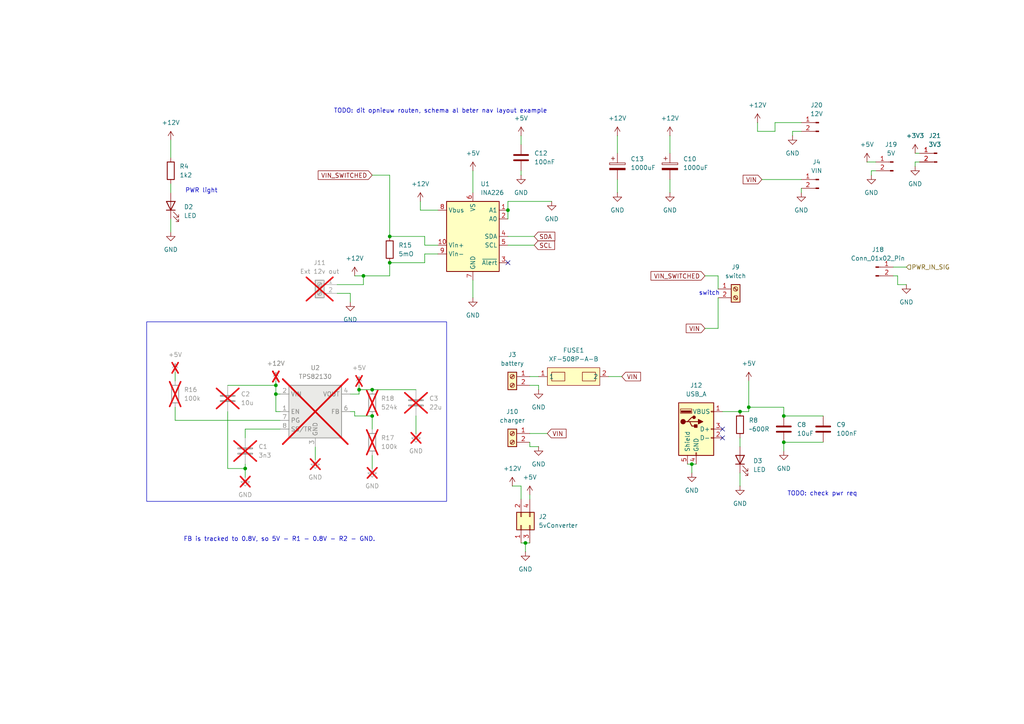
<source format=kicad_sch>
(kicad_sch (version 20231120) (generator "eeschema") (generator_version "8.0")
  (paper "A4")
  (lib_symbols
    (symbol "Connector:Conn_01x02_Pin" (pin_names (offset 1.016) hide)
      (property "Reference" "J" (at 0 2.54 0))
      (property "Value" "Conn_01x02_Pin" (at 0 -5.08 0))
      (symbol "Conn_01x02_Pin_1_1"
        (pin passive line (at 5.08 0 180) (length 3.81) (name "Pin_1") (number "1"))
        (pin passive line (at 5.08 -2.54 180) (length 3.81) (name "Pin_2") (number "2"))
      )
    )
    (symbol "Connector:Screw_Terminal_01x02" (pin_names (offset 1.016) hide)
      (property "Reference" "J" (at 0 2.54 0))
      (property "Value" "Screw_Terminal_01x02" (at 0 -5.08 0))
      (symbol "Screw_Terminal_01x02_1_1"
        (pin passive line (at -5.08 0 0) (length 3.81) (name "Pin_1") (number "1"))
        (pin passive line (at -5.08 -2.54 0) (length 3.81) (name "Pin_2") (number "2"))
      )
    )
    (symbol "Connector:USB_A" (pin_names (offset 1.016))
      (property "Reference" "J" (at -5.08 11.43 0))
      (property "Value" "USB_A" (at -5.08 8.89 0))
      (symbol "USB_A_1_1"
        (pin power_in line (at 7.62 5.08 180) (length 2.54) (name "VBUS") (number "1"))
        (pin bidirectional line (at 7.62 -2.54 180) (length 2.54) (name "D-") (number "2"))
        (pin bidirectional line (at 7.62 0 180) (length 2.54) (name "D+") (number "3"))
        (pin power_in line (at 0 -10.16 90) (length 2.54) (name "GND") (number "4"))
        (pin passive line (at -2.54 -10.16 90) (length 2.54) (name "Shield") (number "5"))
      )
    )
    (symbol "Connector_Generic:Conn_02x02_Odd_Even" (pin_names (offset 1.016) hide)
      (property "Reference" "J" (at 1.27 2.54 0))
      (property "Value" "Conn_02x02_Odd_Even" (at 1.27 -5.08 0))
      (symbol "Conn_02x02_Odd_Even_1_1"
        (pin passive line (at -5.08 0 0) (length 3.81) (name "Pin_1") (number "1"))
        (pin passive line (at 7.62 0 180) (length 3.81) (name "Pin_2") (number "2"))
        (pin passive line (at -5.08 -2.54 0) (length 3.81) (name "Pin_3") (number "3"))
        (pin passive line (at 7.62 -2.54 180) (length 3.81) (name "Pin_4") (number "4"))
      )
    )
    (symbol "Device:C" (pin_numbers hide) (pin_names (offset 0.254))
      (property "Reference" "C" (at 0.635 2.54 0))
      (property "Value" "C" (at 0.635 -2.54 0))
      (symbol "C_1_1"
        (pin passive line (at 0 3.81 270) (length 2.794) (name "~") (number "1"))
        (pin passive line (at 0 -3.81 90) (length 2.794) (name "~") (number "2"))
      )
    )
    (symbol "Device:C_Polarized" (pin_numbers hide) (pin_names (offset 0.254))
      (property "Reference" "C" (at 0.635 2.54 0))
      (property "Value" "C_Polarized" (at 0.635 -2.54 0))
      (symbol "C_Polarized_1_1"
        (pin passive line (at 0 3.81 270) (length 2.794) (name "~") (number "1"))
        (pin passive line (at 0 -3.81 90) (length 2.794) (name "~") (number "2"))
      )
    )
    (symbol "Device:LED" (pin_numbers hide) (pin_names (offset 1.016) hide)
      (property "Reference" "D" (at 0 2.54 0))
      (property "Value" "LED" (at 0 -2.54 0))
      (symbol "LED_1_1"
        (pin passive line (at -3.81 0 0) (length 2.54) (name "K") (number "1"))
        (pin passive line (at 3.81 0 180) (length 2.54) (name "A") (number "2"))
      )
    )
    (symbol "Device:R" (pin_numbers hide) (pin_names (offset 0))
      (property "Reference" "R" (at 2.032 0 90))
      (property "Value" "R" (at 0 0 90))
      (symbol "R_1_1"
        (pin passive line (at 0 3.81 270) (length 1.27) (name "~") (number "1"))
        (pin passive line (at 0 -3.81 90) (length 1.27) (name "~") (number "2"))
      )
    )
    (symbol "Power_Management:TPS2419D"
      (property "Reference" "U" (at -5.08 8.89 0))
      (property "Value" "TPS2419D" (at 5.08 8.89 0))
      (symbol "TPS2419D_1_1"
        (pin passive line (at 7.62 -2.54 180) (length 2.54) (name "RSET") (number "1"))
        (pin input line (at -7.62 -2.54 0) (length 2.54) (name "EN") (number "2"))
        (pin passive line (at 0 -10.16 90) (length 2.54) hide (name "GND") (number "3"))
        (pin power_in line (at 0 -10.16 90) (length 2.54) (name "GND") (number "4"))
        (pin output line (at 0 10.16 270) (length 2.54) (name "GATE") (number "5"))
        (pin input line (at 7.62 5.08 180) (length 2.54) (name "C") (number "6"))
        (pin input line (at -7.62 5.08 0) (length 2.54) (name "A") (number "7"))
        (pin passive line (at -7.62 2.54 0) (length 2.54) (name "BYP") (number "8"))
      )
    )
    (symbol "Regulator_Switching:TPS82130"
      (property "Reference" "U" (at 1.27 11.43 0))
      (property "Value" "TPS82130" (at 5.08 8.89 0))
      (symbol "TPS82130_1_1"
        (pin input line (at -10.16 0 0) (length 2.54) (name "EN") (number "1"))
        (pin power_in line (at -10.16 5.08 0) (length 2.54) (name "VIN") (number "2"))
        (pin power_in line (at 0 -10.16 90) (length 2.54) (name "GND") (number "3"))
        (pin power_out line (at 10.16 5.08 180) (length 2.54) (name "VOUT") (number "4"))
        (pin passive line (at 10.16 5.08 180) (length 2.54) hide (name "VOUT") (number "5"))
        (pin input line (at 10.16 0 180) (length 2.54) (name "FB") (number "6"))
        (pin open_collector line (at -10.16 -2.54 0) (length 2.54) (name "PG") (number "7"))
        (pin input line (at -10.16 -5.08 0) (length 2.54) (name "SS/TR") (number "8"))
        (pin passive line (at 0 -10.16 90) (length 2.54) hide (name "GND") (number "9"))
      )
    )
    (symbol "Sensor_Energy:INA226"
      (property "Reference" "U" (at -6.35 11.43 0))
      (property "Value" "INA226" (at 3.81 11.43 0))
      (symbol "INA226_1_1"
        (pin input line (at 10.16 7.62 180) (length 2.54) (name "A1") (number "1"))
        (pin input line (at -10.16 -2.54 0) (length 2.54) (name "Vin+") (number "10"))
        (pin input line (at 10.16 5.08 180) (length 2.54) (name "A0") (number "2"))
        (pin open_collector line (at 10.16 -7.62 180) (length 2.54) (name "~{Alert}") (number "3"))
        (pin bidirectional line (at 10.16 0 180) (length 2.54) (name "SDA") (number "4"))
        (pin input line (at 10.16 -2.54 180) (length 2.54) (name "SCL") (number "5"))
        (pin power_in line (at 0 12.7 270) (length 2.54) (name "VS") (number "6"))
        (pin power_in line (at 0 -12.7 90) (length 2.54) (name "GND") (number "7"))
        (pin input line (at -10.16 7.62 0) (length 2.54) (name "Vbus") (number "8"))
        (pin input line (at -10.16 -5.08 0) (length 2.54) (name "Vin-") (number "9"))
      )
    )
    (symbol "Switch:SW_DIP_x01" (pin_names (offset 0) hide)
      (property "Reference" "SW" (at 0 3.81 0))
      (property "Value" "SW_DIP_x01" (at 0 -3.81 0))
      (symbol "SW_DIP_x01_1_1"
        (pin passive line (at -7.62 0 0) (length 5.08) (name "~") (number "1"))
        (pin passive line (at 7.62 0 180) (length 5.08) (name "~") (number "2"))
      )
    )
    (symbol "Transistor_FET:SiA449DJ" (pin_names hide)
      (property "Reference" "Q" (at 5.08 1.905 0))
      (property "Value" "SiA449DJ" (at 5.08 0 0))
      (symbol "SiA449DJ_1_1"
        (pin passive line (at 2.54 5.08 270) (length 2.54) (name "D") (number "1"))
        (pin passive line (at -5.08 0 0) (length 2.54) (name "G") (number "3"))
        (pin passive line (at 2.54 -5.08 90) (length 2.54) (name "S") (number "4"))
      )
    )
    (symbol "easyeda:DSK310_C28646289"
      (property "Reference" "D" (at 0 5.08 0))
      (property "Value" "DSK310_C28646289" (at 0 -5.08 0))
      (symbol "DSK310_C28646289_0_1"
        (pin unspecified line (at -5.08 0 0) (length 3.81) (name "1") (number "1"))
        (pin unspecified line (at 5.08 0 180) (length 3.81) (name "2") (number "2"))
      )
    )
    (symbol "easyeda:Si2302CDS-T1-GE3"
      (property "Reference" "Q" (at 0 10.16 0))
      (property "Value" "Si2302CDS-T1-GE3" (at 0 -10.16 0))
      (symbol "Si2302CDS-T1-GE3_0_1"
        (pin unspecified line (at -5.08 0 0) (length 2.54) (name "G") (number "1"))
        (pin unspecified line (at 2.54 -5.08 90) (length 2.54) (name "S") (number "2"))
        (pin unspecified line (at 2.54 5.08 270) (length 2.54) (name "D") (number "3"))
      )
    )
    (symbol "easyeda:TL431BIDBZR"
      (property "Reference" "U" (at 0 6.35 0))
      (property "Value" "TL431BIDBZR" (at 0 -8.89 0))
      (symbol "TL431BIDBZR_0_1"
        (pin unspecified line (at 6.35 1.27 180) (length 5.08) (name "CATHODE") (number "1"))
        (pin unspecified line (at 6.35 -3.81 180) (length 5.08) (name "REF") (number "2"))
        (pin unspecified line (at -6.35 1.27 0) (length 5.08) (name "ANODE") (number "3"))
      )
    )
    (symbol "easyeda:XF-508P-A-B"
      (property "Reference" "FUSE" (at 0 5.08 0))
      (property "Value" "XF-508P-A-B" (at 0 -5.08 0))
      (symbol "XF-508P-A-B_0_1"
        (pin unspecified line (at -10.16 0 0) (length 2.54) (name "1") (number "1"))
        (pin unspecified line (at 10.16 0 180) (length 2.54) (name "2") (number "2"))
      )
    )
    (symbol "power:+12V" (power) (pin_numbers hide) (pin_names (offset 0) hide)
      (property "Value" "+12V" (at 0 3.556 0))
      (symbol "+12V_1_1"
        (pin power_in line (at 0 0 90) (length 0) (name "~") (number "1"))
      )
    )
    (symbol "power:+3V3" (power) (pin_numbers hide) (pin_names (offset 0) hide)
      (property "Value" "+3V3" (at 0 3.556 0))
      (symbol "+3V3_1_1"
        (pin power_in line (at 0 0 90) (length 0) (name "~") (number "1"))
      )
    )
    (symbol "power:+5V" (power) (pin_numbers hide) (pin_names (offset 0) hide)
      (property "Value" "+5V" (at 0 3.556 0))
      (symbol "+5V_1_1"
        (pin power_in line (at 0 0 90) (length 0) (name "~") (number "1"))
      )
    )
    (symbol "power:GND" (power) (pin_numbers hide) (pin_names (offset 0) hide)
      (property "Value" "GND" (at 0 -3.81 0))
      (symbol "GND_1_1"
        (pin power_in line (at 0 0 270) (length 0) (name "~") (number "1"))
      )
    )
  )
  (junction (at 113.03 68.58))
  (junction (at 147.32 60.96))
  (junction (at 346.71 118.11))
  (junction (at 326.39 62.23))
  (junction (at 80.01 111.76))
  (junction (at 107.95 120.65))
  (junction (at 350.52 199.39))
  (junction (at 217.17 118.11))
  (junction (at 358.14 109.22))
  (junction (at 152.4 157.48))
  (junction (at 104.14 113.03))
  (junction (at 334.01 104.14))
  (junction (at 358.14 91.44))
  (junction (at 71.12 135.89))
  (junction (at 358.14 93.98))
  (junction (at 214.63 119.38))
  (junction (at 107.95 113.03))
  (junction (at 325.12 76.2))
  (junction (at 105.41 80.01))
  (junction (at 328.93 166.37))
  (junction (at 80.01 114.3))
  (junction (at 334.01 130.81))
  (junction (at 341.63 76.2))
  (junction (at 363.22 166.37))
  (junction (at 227.33 128.27))
  (junction (at 334.01 87.63))
  (junction (at 358.14 83.82))
  (junction (at 340.36 166.37))
  (junction (at 341.63 62.23))
  (junction (at 200.66 134.62))
  (junction (at 113.03 76.2))
  (junction (at 227.33 120.65))
  (no_connect (at 209.55 124.46))
  (no_connect (at 147.32 76.2))
  (no_connect (at 342.9 190.5))
  (no_connect (at 209.55 127))
  (wire (pts (xy 229.87 39.37) (xy 229.87 38.1)))
  (wire (pts (xy 341.63 76.2) (xy 339.09 76.2)))
  (wire (pts (xy 102.87 80.01) (xy 105.41 80.01)))
  (wire (pts (xy 204.47 95.25) (xy 208.28 95.25)))
  (wire (pts (xy 341.63 76.2) (xy 358.14 76.2)))
  (wire (pts (xy 152.4 160.02) (xy 152.4 157.48)))
  (wire (pts (xy 265.43 48.26) (xy 265.43 46.99)))
  (wire (pts (xy 208.28 83.82) (xy 208.28 80.01)))
  (wire (pts (xy 107.95 113.03) (xy 120.65 113.03)))
  (wire (pts (xy 363.22 182.88) (xy 363.22 166.37)))
  (wire (pts (xy 50.8 121.92) (xy 81.28 121.92)))
  (wire (pts (xy 217.17 118.11) (xy 217.17 119.38)))
  (wire (pts (xy 219.71 35.56) (xy 219.71 38.1)))
  (wire (pts (xy 328.93 171.45) (xy 328.93 166.37)))
  (wire (pts (xy 227.33 118.11) (xy 217.17 118.11)))
  (wire (pts (xy 229.87 38.1) (xy 232.41 38.1)))
  (wire (pts (xy 105.41 82.55) (xy 105.41 80.01)))
  (wire (pts (xy 71.12 127) (xy 71.12 124.46)))
  (wire (pts (xy 152.4 157.48) (xy 153.67 157.48)))
  (wire (pts (xy 358.14 91.44) (xy 358.14 93.98)))
  (wire (pts (xy 350.52 198.12) (xy 350.52 199.39)))
  (wire (pts (xy 137.16 81.28) (xy 137.16 86.36)))
  (wire (pts (xy 355.6 166.37) (xy 363.22 166.37)))
  (wire (pts (xy 152.4 157.48) (xy 151.13 157.48)))
  (wire (pts (xy 340.36 166.37) (xy 345.44 166.37)))
  (wire (pts (xy 204.47 80.01) (xy 208.28 80.01)))
  (wire (pts (xy 334.01 130.81) (xy 334.01 135.89)))
  (wire (pts (xy 104.14 113.03) (xy 104.14 114.3)))
  (wire (pts (xy 160.02 58.42) (xy 147.32 58.42)))
  (wire (pts (xy 326.39 50.8) (xy 332.74 50.8)))
  (wire (pts (xy 153.67 143.51) (xy 153.67 144.78)))
  (wire (pts (xy 334.01 104.14) (xy 334.01 118.11)))
  (wire (pts (xy 262.89 77.47) (xy 259.08 77.47)))
  (wire (pts (xy 107.95 120.65) (xy 102.87 120.65)))
  (wire (pts (xy 123.19 76.2) (xy 123.19 73.66)))
  (wire (pts (xy 66.04 135.89) (xy 66.04 119.38)))
  (wire (pts (xy 341.63 50.8) (xy 341.63 62.23)))
  (wire (pts (xy 71.12 124.46) (xy 81.28 124.46)))
  (wire (pts (xy 214.63 127) (xy 214.63 129.54)))
  (wire (pts (xy 260.35 80.01) (xy 259.08 80.01)))
  (wire (pts (xy 121.92 58.42) (xy 121.92 60.96)))
  (wire (pts (xy 123.19 71.12) (xy 127 71.12)))
  (wire (pts (xy 328.93 185.42) (xy 342.9 185.42)))
  (wire (pts (xy 325.12 62.23) (xy 326.39 62.23)))
  (wire (pts (xy 251.46 46.99) (xy 254 46.99)))
  (wire (pts (xy 179.07 39.37) (xy 179.07 44.45)))
  (wire (pts (xy 91.44 129.54) (xy 91.44 133.35)))
  (wire (pts (xy 113.03 80.01) (xy 113.03 76.2)))
  (wire (pts (xy 194.31 39.37) (xy 194.31 44.45)))
  (wire (pts (xy 200.66 137.16) (xy 200.66 134.62)))
  (wire (pts (xy 325.12 76.2) (xy 328.93 76.2)))
  (wire (pts (xy 101.6 114.3) (xy 104.14 114.3)))
  (wire (pts (xy 107.95 120.65) (xy 107.95 124.46)))
  (wire (pts (xy 219.71 38.1) (xy 224.79 38.1)))
  (wire (pts (xy 121.92 60.96) (xy 127 60.96)))
  (wire (pts (xy 325.12 76.2) (xy 325.12 62.23)))
  (wire (pts (xy 180.34 109.22) (xy 176.53 109.22)))
  (wire (pts (xy 346.71 118.11) (xy 358.14 118.11)))
  (wire (pts (xy 358.14 109.22) (xy 364.49 109.22)))
  (wire (pts (xy 71.12 134.62) (xy 71.12 135.89)))
  (wire (pts (xy 147.32 68.58) (xy 154.94 68.58)))
  (wire (pts (xy 346.71 130.81) (xy 346.71 135.89)))
  (wire (pts (xy 252.73 49.53) (xy 254 49.53)))
  (wire (pts (xy 105.41 80.01) (xy 113.03 80.01)))
  (wire (pts (xy 358.14 83.82) (xy 369.57 83.82)))
  (wire (pts (xy 252.73 50.8) (xy 252.73 49.53)))
  (wire (pts (xy 147.32 58.42) (xy 147.32 60.96)))
  (wire (pts (xy 49.53 53.34) (xy 49.53 55.88)))
  (wire (pts (xy 151.13 50.8) (xy 151.13 49.53)))
  (wire (pts (xy 374.65 109.22) (xy 377.19 109.22)))
  (wire (pts (xy 101.6 85.09) (xy 97.79 85.09)))
  (wire (pts (xy 113.03 76.2) (xy 123.19 76.2)))
  (wire (pts (xy 50.8 118.11) (xy 50.8 121.92)))
  (wire (pts (xy 147.32 60.96) (xy 147.32 63.5)))
  (wire (pts (xy 80.01 110.49) (xy 80.01 111.76)))
  (wire (pts (xy 137.16 49.53) (xy 137.16 55.88)))
  (wire (pts (xy 200.66 134.62) (xy 201.93 134.62)))
  (wire (pts (xy 214.63 119.38) (xy 217.17 119.38)))
  (wire (pts (xy 153.67 109.22) (xy 156.21 109.22)))
  (wire (pts (xy 339.09 118.11) (xy 346.71 118.11)))
  (wire (pts (xy 325.12 86.36) (xy 325.12 87.63)))
  (wire (pts (xy 217.17 110.49) (xy 217.17 118.11)))
  (wire (pts (xy 369.57 91.44) (xy 358.14 91.44)))
  (wire (pts (xy 265.43 44.45) (xy 266.7 44.45)))
  (wire (pts (xy 227.33 128.27) (xy 227.33 130.81)))
  (wire (pts (xy 107.95 132.08) (xy 107.95 135.89)))
  (wire (pts (xy 358.14 182.88) (xy 363.22 182.88)))
  (wire (pts (xy 80.01 114.3) (xy 81.28 114.3)))
  (wire (pts (xy 102.87 120.65) (xy 102.87 119.38)))
  (wire (pts (xy 265.43 46.99) (xy 266.7 46.99)))
  (wire (pts (xy 325.12 76.2) (xy 325.12 78.74)))
  (wire (pts (xy 199.39 134.62) (xy 200.66 134.62)))
  (wire (pts (xy 156.21 129.54) (xy 153.67 129.54)))
  (wire (pts (xy 80.01 114.3) (xy 80.01 119.38)))
  (wire (pts (xy 49.53 63.5) (xy 49.53 67.31)))
  (wire (pts (xy 113.03 68.58) (xy 123.19 68.58)))
  (wire (pts (xy 358.14 199.39) (xy 350.52 199.39)))
  (wire (pts (xy 238.76 128.27) (xy 227.33 128.27)))
  (wire (pts (xy 156.21 111.76) (xy 153.67 111.76)))
  (wire (pts (xy 325.12 87.63) (xy 334.01 87.63)))
  (wire (pts (xy 346.71 118.11) (xy 346.71 123.19)))
  (wire (pts (xy 49.53 40.64) (xy 49.53 45.72)))
  (wire (pts (xy 334.01 121.92) (xy 334.01 130.81)))
  (wire (pts (xy 350.52 173.99) (xy 350.52 177.8)))
  (wire (pts (xy 350.52 199.39) (xy 350.52 203.2)))
  (wire (pts (xy 358.14 93.98) (xy 358.14 99.06)))
  (wire (pts (xy 120.65 120.65) (xy 120.65 125.73)))
  (wire (pts (xy 260.35 80.01) (xy 260.35 82.55)))
  (wire (pts (xy 71.12 135.89) (xy 66.04 135.89)))
  (wire (pts (xy 50.8 107.95) (xy 50.8 110.49)))
  (wire (pts (xy 224.79 35.56) (xy 232.41 35.56)))
  (wire (pts (xy 101.6 85.09) (xy 101.6 87.63)))
  (wire (pts (xy 156.21 113.03) (xy 156.21 111.76)))
  (wire (pts (xy 328.93 166.37) (xy 340.36 166.37)))
  (wire (pts (xy 326.39 62.23) (xy 326.39 50.8)))
  (wire (pts (xy 358.14 106.68) (xy 358.14 109.22)))
  (wire (pts (xy 334.01 88.9) (xy 334.01 87.63)))
  (wire (pts (xy 341.63 62.23) (xy 341.63 76.2)))
  (wire (pts (xy 335.28 50.8) (xy 341.63 50.8)))
  (wire (pts (xy 346.71 104.14) (xy 334.01 104.14)))
  (wire (pts (xy 66.04 111.76) (xy 80.01 111.76)))
  (wire (pts (xy 334.01 87.63) (xy 334.01 83.82)))
  (wire (pts (xy 107.95 50.8) (xy 113.03 50.8)))
  (wire (pts (xy 363.22 166.37) (xy 373.38 166.37)))
  (wire (pts (xy 342.9 182.88) (xy 340.36 182.88)))
  (wire (pts (xy 358.14 190.5) (xy 358.14 199.39)))
  (wire (pts (xy 102.87 119.38) (xy 101.6 119.38)))
  (wire (pts (xy 260.35 82.55) (xy 262.89 82.55)))
  (wire (pts (xy 358.14 109.22) (xy 358.14 110.49)))
  (wire (pts (xy 151.13 39.37) (xy 151.13 41.91)))
  (wire (pts (xy 153.67 128.27) (xy 153.67 129.54)))
  (wire (pts (xy 320.04 76.2) (xy 325.12 76.2)))
  (wire (pts (xy 104.14 111.76) (xy 104.14 113.03)))
  (wire (pts (xy 123.19 68.58) (xy 123.19 71.12)))
  (wire (pts (xy 238.76 120.65) (xy 227.33 120.65)))
  (wire (pts (xy 147.32 71.12) (xy 154.94 71.12)))
  (wire (pts (xy 123.19 73.66) (xy 127 73.66)))
  (wire (pts (xy 208.28 86.36) (xy 208.28 95.25)))
  (wire (pts (xy 71.12 135.89) (xy 71.12 138.43)))
  (wire (pts (xy 227.33 118.11) (xy 227.33 120.65)))
  (wire (pts (xy 340.36 182.88) (xy 340.36 166.37)))
  (wire (pts (xy 148.59 140.97) (xy 151.13 140.97)))
  (wire (pts (xy 334.01 96.52) (xy 334.01 104.14)))
  (wire (pts (xy 113.03 50.8) (xy 113.03 68.58)))
  (wire (pts (xy 153.67 125.73) (xy 158.75 125.73)))
  (wire (pts (xy 308.61 166.37) (xy 328.93 166.37)))
  (wire (pts (xy 232.41 54.61) (xy 232.41 55.88)))
  (wire (pts (xy 104.14 113.03) (xy 107.95 113.03)))
  (wire (pts (xy 179.07 52.07) (xy 179.07 55.88)))
  (wire (pts (xy 358.14 93.98) (xy 346.71 93.98)))
  (wire (pts (xy 220.98 52.07) (xy 232.41 52.07)))
  (wire (pts (xy 80.01 119.38) (xy 81.28 119.38)))
  (wire (pts (xy 97.79 82.55) (xy 105.41 82.55)))
  (wire (pts (xy 358.14 76.2) (xy 358.14 83.82)))
  (wire (pts (xy 224.79 38.1) (xy 224.79 35.56)))
  (wire (pts (xy 80.01 111.76) (xy 80.01 114.3)))
  (wire (pts (xy 209.55 119.38) (xy 214.63 119.38)))
  (wire (pts (xy 194.31 52.07) (xy 194.31 55.88)))
  (wire (pts (xy 214.63 137.16) (xy 214.63 140.97)))
  (wire (pts (xy 151.13 140.97) (xy 151.13 144.78)))
  (wire (pts (xy 328.93 179.07) (xy 328.93 185.42)))
  (rectangle (start 300.99 143.51) (end 398.145 224.79))
  (rectangle (start 42.545 93.345) (end 129.54 145.415))
  (text "FB is tracked to 0.8V, so 5V - R1 - 0.8V - R2 - GND. \n" (at 81.534 156.464 0) (effects (font (size 1.27 1.27))))
  (text "10k: VIN>7v\n32k if no D4" (at 447.802 111.252 0) (effects (font (size 1.27 1.27))))
  (text "P MOSFET" (at 347.472 70.358 0) (effects (font (size 1.27 1.27))))
  (text "TODO: check pwr req" (at 238.506 143.256 0) (effects (font (size 1.27 1.27))))
  (text "Idea:\nOn power-on, no energy flowing anywhere\nSW1 starts the system\nQ3 switches the main power when Q5 is on\nQ5 Gate should be around 3v3 if VIN_SWITCHED is high\nD4 (zener diode) keeps it at max 3v3\n\nWhen the microcontroller wants to turn off the power, \nit switches PWR_IN_SIG to low, turnin off Q5, turning off Q3\n\n\nR33 is to deplete Q5 when VIN_SWITCHED is off\nR32 is to deplete Q3 when Q3 is off" (at 488.188 28.194 0) (effects (font (size 1.27 1.27))))
  (text "TODO: dit opnieuw routen, schema al beter nav layout example\n" (at 127.762 32.258 0) (effects (font (size 1.27 1.27))))
  (text "of de 469 miss?" (at 437.134 3.556 0) (effects (font (size 1.27 1.27))))
  (text "PWR light" (at 58.42 55.372 0) (effects (font (size 1.27 1.27))))
  (text "N MOSFET" (at 326.39 103.124 0) (effects (font (size 1.27 1.27))))
  (text "turn on 0.7-3.3V@2V-5V\nturn off 0.6-2V@2V-5V\n\noff-trigger @ V-in = 9V\n9V/1.5V = 1:4\n" (at 394.208 73.152 0) (effects (font (size 1.27 1.27))))
  (text "switch" (at 205.74 85.09 0) (effects (font (size 1.27 1.27))))
  (global_label "VIN" (shape input) (at 320.04 76.2 180) (property "Intersheetrefs" "${INTERSHEET_REFS}" (effects (hide yes))))
  (global_label "SCL" (shape input) (at 154.94 71.12 0) (property "Intersheetrefs" "${INTERSHEET_REFS}" (effects (hide yes))))
  (global_label "VIN_SWITCHED" (shape input) (at 107.95 50.8 180) (property "Intersheetrefs" "${INTERSHEET_REFS}" (effects (hide yes))))
  (global_label "VIN" (shape input) (at 204.47 95.25 180) (property "Intersheetrefs" "${INTERSHEET_REFS}" (effects (hide yes))))
  (global_label "VIN" (shape input) (at 158.75 125.73 0) (property "Intersheetrefs" "${INTERSHEET_REFS}" (effects (hide yes))))
  (global_label "SDA" (shape input) (at 154.94 68.58 0) (property "Intersheetrefs" "${INTERSHEET_REFS}" (effects (hide yes))))
  (global_label "VIN" (shape input) (at 180.34 109.22 0) (property "Intersheetrefs" "${INTERSHEET_REFS}" (effects (hide yes))))
  (global_label "VIN" (shape input) (at 220.98 52.07 180) (property "Intersheetrefs" "${INTERSHEET_REFS}" (effects (hide yes))))
  (global_label "VIN_SWITCHED" (shape input) (at 355.6 76.2 0) (property "Intersheetrefs" "${INTERSHEET_REFS}" (effects (hide yes))))
  (global_label "VIN_SWITCHED" (shape input) (at 204.47 80.01 180) (property "Intersheetrefs" "${INTERSHEET_REFS}" (effects (hide yes))))
  (hierarchical_label "RELAY_PWR" (shape input) (at 377.19 109.22 0))
  (hierarchical_label "PWR_IN_SIG" (shape input) (at 262.89 77.47 0))
  (symbol (lib_id "Device:R") (at 358.14 114.3 180) (unit 1)
    (property "Reference" "R21" (at 360.68 113.0299 0) (effects (justify right)))
    (property "Value" "390" (at 360.68 115.5699 0) (effects (justify right)))
    (property "Footprint" "Resistor_SMD:R_0805_2012Metric" (effects (hide yes)))
    (property "Description" "Resistor" (effects (hide yes)))
  )
  (symbol (lib_id "Device:C") (at 71.12 130.81 0) (unit 1) (on_board no) (dnp yes)
    (property "Reference" "C1" (at 74.93 129.5399 0) (effects (justify left)))
    (property "Value" "3n3" (at 74.93 132.0799 0) (effects (justify left)))
    (property "Footprint" "Capacitor_SMD:C_0805_2012Metric" (effects (hide yes)))
    (property "Description" "Unpolarized capacitor" (effects (hide yes)))
  )
  (symbol (lib_id "power:GND") (at 194.31 55.88 0) (unit 1)
    (property "Reference" "#PWR81" (effects (hide yes)))
    (property "Value" "GND" (at 194.31 60.96 0))
    (property "Description" "Power symbol creates a global label with name \"GND\" , ground" (effects (hide yes)))
  )
  (symbol (lib_id "Power_Management:TPS2419D") (at 350.52 187.96 0) (unit 1) (on_board no) (dnp yes)
    (property "Reference" "U12" (at 352.7141 175.26 0) (effects (justify left)))
    (property "Value" "TPS2419D" (at 352.7141 177.8 0) (effects (justify left)))
    (property "Footprint" "Package_SO:SOIC-8_3.9x4.9mm_P1.27mm" (effects (hide yes)))
    (property "Datasheet" "http://www.ti.com/lit/ds/symlink/tps2419.pdf" (effects (hide yes)))
    (property "Description" "N+1 and ORing Power Rail Controller with Enable, SOIC-8" (effects (hide yes)))
  )
  (symbol (lib_id "power:GND") (at 179.07 55.88 0) (unit 1)
    (property "Reference" "#PWR101" (effects (hide yes)))
    (property "Value" "GND" (at 179.07 60.96 0))
    (property "Description" "Power symbol creates a global label with name \"GND\" , ground" (effects (hide yes)))
  )
  (symbol (lib_id "Device:C") (at 66.04 115.57 0) (unit 1) (on_board no) (dnp yes)
    (property "Reference" "C2" (at 69.85 114.2999 0) (effects (justify left)))
    (property "Value" "10u" (at 69.85 116.8399 0) (effects (justify left)))
    (property "Footprint" "Capacitor_SMD:C_0805_2012Metric" (effects (hide yes)))
    (property "Description" "Unpolarized capacitor" (effects (hide yes)))
  )
  (symbol (lib_id "Device:R") (at 358.14 87.63 180) (unit 1)
    (property "Reference" "R19" (at 360.68 86.3599 0) (effects (justify right)))
    (property "Value" "12k?" (at 360.68 88.8999 0) (effects (justify right)))
    (property "Footprint" "Resistor_SMD:R_0805_2012Metric" (effects (hide yes)))
    (property "Description" "Resistor" (effects (hide yes)))
  )
  (symbol (lib_id "Device:C") (at 120.65 116.84 0) (unit 1) (on_board no) (dnp yes)
    (property "Reference" "C3" (at 124.46 115.5699 0) (effects (justify left)))
    (property "Value" "22u" (at 124.46 118.1099 0) (effects (justify left)))
    (property "Footprint" "Capacitor_SMD:C_0805_2012Metric" (effects (hide yes)))
    (property "Description" "Unpolarized capacitor" (effects (hide yes)))
  )
  (symbol (lib_id "power:GND") (at 101.6 87.63 0) (unit 1)
    (property "Reference" "#PWR64" (effects (hide yes)))
    (property "Value" "GND" (at 101.6 92.71 0))
    (property "Description" "Power symbol creates a global label with name \"GND\" , ground" (effects (hide yes)))
  )
  (symbol (lib_id "power:GND") (at 265.43 48.26 0) (unit 1)
    (property "Reference" "#PWR99" (effects (hide yes)))
    (property "Value" "GND" (at 265.43 53.34 0))
    (property "Description" "Power symbol creates a global label with name \"GND\" , ground" (effects (hide yes)))
  )
  (symbol (lib_id "Device:LED") (at 49.53 59.69 90) (unit 1)
    (property "Reference" "D2" (at 53.34 60.0075 90) (effects (justify right)))
    (property "Value" "LED" (at 53.34 62.5475 90) (effects (justify right)))
    (property "Footprint" "LED_SMD:LED_0805_2012Metric" (effects (hide yes)))
  )
  (symbol (lib_id "power:+3V3") (at 265.43 44.45 0) (unit 1)
    (property "Reference" "#PWR98" (effects (hide yes)))
    (property "Value" "+3V3" (at 265.43 39.37 0))
    (property "Description" "Power symbol creates a global label with name \"+3V3\"" (effects (hide yes)))
  )
  (symbol (lib_id "Device:R") (at 325.12 82.55 180) (unit 1)
    (property "Reference" "R32" (at 327.66 81.2799 0) (effects (justify right)))
    (property "Value" "12k" (at 327.66 83.8199 0) (effects (justify right)))
    (property "Footprint" "Resistor_SMD:R_0805_2012Metric" (effects (hide yes)))
    (property "Description" "Resistor" (effects (hide yes)))
  )
  (symbol (lib_id "Device:C") (at 238.76 124.46 0) (unit 1)
    (property "Reference" "C9" (at 242.57 123.19 0) (effects (justify left)))
    (property "Value" "100nF" (at 242.57 125.73 0) (effects (justify left)))
    (property "Footprint" "Capacitor_SMD:C_0805_2012Metric" (effects (hide yes)))
    (property "LCSC" "C49678" (effects (hide yes)))
  )
  (symbol (lib_id "power:+5V") (at 217.17 110.49 0) (unit 1)
    (property "Reference" "#PWR66" (effects (hide yes)))
    (property "Value" "+5V" (at 217.17 105.41 0))
    (property "Description" "Power symbol creates a global label with name \"+5V\"" (effects (hide yes)))
  )
  (symbol (lib_id "easyeda:DSK310_C28646289") (at 369.57 109.22 180) (unit 1)
    (property "Reference" "D9" (at 369.57 102.87 0))
    (property "Value" "DSK310" (at 369.57 105.41 0))
    (property "Footprint" "easyeda:SOD-123FL_L2.8-W1.9-LS3.7-RD" (effects (hide yes)))
    (property "LCSC Part" "C28646289" (effects (hide yes)))
  )
  (symbol (lib_id "power:+12V") (at 148.59 140.97 0) (unit 1)
    (property "Reference" "#PWR84" (effects (hide yes)))
    (property "Value" "+12V" (at 148.59 135.89 0))
    (property "Description" "Power symbol creates a global label with name \"+12V\"" (effects (hide yes)))
  )
  (symbol (lib_id "power:GND") (at 120.65 125.73 0) (unit 1) (on_board no) (dnp yes)
    (property "Reference" "#PWR42" (effects (hide yes)))
    (property "Value" "GND" (at 120.65 130.81 0))
    (property "Description" "Power symbol creates a global label with name \"GND\" , ground" (effects (hide yes)))
  )
  (symbol (lib_id "power:+12V") (at 179.07 39.37 0) (unit 1)
    (property "Reference" "#PWR100" (effects (hide yes)))
    (property "Value" "+12V" (at 179.07 34.29 0))
    (property "Description" "Power symbol creates a global label with name \"+12V\"" (effects (hide yes)))
  )
  (symbol (lib_id "power:+12V") (at 102.87 80.01 0) (unit 1)
    (property "Reference" "#PWR29" (effects (hide yes)))
    (property "Value" "+12V" (at 102.87 74.93 0))
    (property "Description" "Power symbol creates a global label with name \"+12V\"" (effects (hide yes)))
  )
  (symbol (lib_id "Connector:Screw_Terminal_01x02") (at 213.36 83.82 0) (unit 1) (on_board no)
    (property "Reference" "J9" (at 213.36 77.47 0))
    (property "Value" "switch" (at 213.36 80.01 0))
    (property "Footprint" "TerminalBlock_Phoenix:TerminalBlock_Phoenix_PT-1,5-2-5.0-H_1x02_P5.00mm_Horizontal" (effects (hide yes)))
    (property "Description" "Generic screw terminal, single row, 01x02, script generated (kicad-library-utils/schlib/autogen/connector/)" (effects (hide yes)))
  )
  (symbol (lib_id "Connector:Screw_Terminal_01x02") (at 332.74 45.72 90) (unit 1)
    (property "Reference" "J22" (at 330.2 44.4499 90) (effects (justify left)))
    (property "Value" "switch" (at 330.2 46.9899 90) (effects (justify left)))
    (property "Footprint" "TerminalBlock_Phoenix:TerminalBlock_Phoenix_PT-1,5-2-5.0-H_1x02_P5.00mm_Horizontal" (effects (hide yes)))
    (property "Description" "Generic screw terminal, single row, 01x02, script generated (kicad-library-utils/schlib/autogen/connector/)" (effects (hide yes)))
  )
  (symbol (lib_id "Device:C_Polarized") (at 179.07 48.26 0) (unit 1)
    (property "Reference" "C13" (at 182.88 46.101 0) (effects (justify left)))
    (property "Value" "1000uF" (at 182.88 48.641 0) (effects (justify left)))
    (property "Footprint" "Capacitor_THT:CP_Radial_D10.0mm_P3.50mm" (effects (hide yes)))
    (property "LCSC" "C110138" (effects (hide yes)))
  )
  (symbol (lib_id "power:GND") (at 232.41 55.88 0) (unit 1)
    (property "Reference" "#PWR88" (effects (hide yes)))
    (property "Value" "GND" (at 232.41 60.96 0))
    (property "Description" "Power symbol creates a global label with name \"GND\" , ground" (effects (hide yes)))
  )
  (symbol (lib_id "power:GND") (at 156.21 113.03 0) (unit 1)
    (property "Reference" "#PWR37" (effects (hide yes)))
    (property "Value" "GND" (at 156.21 118.11 0))
    (property "Description" "Power symbol creates a global label with name \"GND\" , ground" (effects (hide yes)))
  )
  (symbol (lib_id "Device:C") (at 227.33 124.46 0) (unit 1)
    (property "Reference" "C8" (at 231.14 123.19 0) (effects (justify left)))
    (property "Value" "10uF" (at 231.14 125.73 0) (effects (justify left)))
    (property "Footprint" "Capacitor_SMD:C_0805_2012Metric" (effects (hide yes)))
    (property "LCSC" "C15850" (effects (hide yes)))
  )
  (symbol (lib_id "power:GND") (at 334.01 135.89 0) (unit 1)
    (property "Reference" "#PWR79" (effects (hide yes)))
    (property "Value" "GND" (at 334.01 140.97 0))
    (property "Description" "Power symbol creates a global label with name \"GND\" , ground" (effects (hide yes)))
  )
  (symbol (lib_id "power:GND") (at 156.21 129.54 0) (unit 1)
    (property "Reference" "#PWR38" (effects (hide yes)))
    (property "Value" "GND" (at 156.21 134.62 0))
    (property "Description" "Power symbol creates a global label with name \"GND\" , ground" (effects (hide yes)))
  )
  (symbol (lib_id "power:GND") (at 346.71 135.89 0) (unit 1)
    (property "Reference" "#PWR80" (effects (hide yes)))
    (property "Value" "GND" (at 346.71 140.97 0))
    (property "Description" "Power symbol creates a global label with name \"GND\" , ground" (effects (hide yes)))
  )
  (symbol (lib_id "power:GND") (at 137.16 86.36 0) (unit 1)
    (property "Reference" "#PWR36" (effects (hide yes)))
    (property "Value" "GND" (at 137.16 91.44 0))
    (property "Description" "Power symbol creates a global label with name \"GND\" , ground" (effects (hide yes)))
  )
  (symbol (lib_id "Device:R") (at 358.14 102.87 180) (unit 1)
    (property "Reference" "R35" (at 360.68 101.5999 0) (effects (justify right)))
    (property "Value" "390" (at 360.68 104.1399 0) (effects (justify right)))
    (property "Footprint" "Resistor_SMD:R_0805_2012Metric" (effects (hide yes)))
    (property "Description" "Resistor" (effects (hide yes)))
  )
  (symbol (lib_id "easyeda:TL431BIDBZR") (at 335.28 124.46 90) (unit 1)
    (property "Reference" "U5" (at 340.36 122.6799 90) (effects (justify right)))
    (property "Value" "TL431BIDBZR" (at 340.36 125.2199 90) (effects (justify right)))
    (property "Footprint" "easyeda:SOT-23-3_L2.9-W1.3-P1.90-LS2.4-BR" (effects (hide yes)))
    (property "Datasheet" "https://lcsc.com/product-detail/Voltage-References_TI_TL431BIDBZR_TL431BIDBZR_C41283.html" (effects (hide yes)))
    (property "LCSC Part" "C41283" (effects (hide yes)))
  )
  (symbol (lib_id "Switch:SW_DIP_x01") (at 334.01 62.23 0) (unit 1) (on_board no)
    (property "Reference" "SW1" (at 334.01 54.61 0))
    (property "Value" "SW_DIP_x01" (at 334.01 57.15 0))
    (property "Description" "1x DIP Switch, Single Pole Single Throw (SPST) switch, small symbol" (effects (hide yes)))
  )
  (symbol (lib_id "Connector:USB_A") (at 201.93 124.46 0) (unit 1)
    (property "Reference" "J12" (at 201.93 111.76 0))
    (property "Value" "USB_A" (at 201.93 114.3 0))
    (property "Footprint" "Connector_USB:USB_A_Molex_67643_Horizontal" (effects (hide yes)))
    (property "Description" "USB Type A connector" (effects (hide yes)))
    (property "LCSC" "C456018" (effects (hide yes)))
  )
  (symbol (lib_id "Connector:Screw_Terminal_01x02") (at 148.59 109.22 0) (mirror y) (unit 1)
    (property "Reference" "J3" (at 148.59 102.87 0))
    (property "Value" "battery" (at 148.59 105.41 0))
    (property "Footprint" "TerminalBlock_Phoenix:TerminalBlock_Phoenix_PT-1,5-2-5.0-H_1x02_P5.00mm_Horizontal" (effects (hide yes)))
    (property "Description" "Generic screw terminal, single row, 01x02, script generated (kicad-library-utils/schlib/autogen/connector/)" (effects (hide yes)))
  )
  (symbol (lib_id "power:+5V") (at 153.67 143.51 0) (unit 1)
    (property "Reference" "#PWR83" (effects (hide yes)))
    (property "Value" "+5V" (at 153.67 138.43 0))
    (property "Description" "Power symbol creates a global label with name \"+5V\"" (effects (hide yes)))
  )
  (symbol (lib_id "power:GND") (at 151.13 50.8 0) (unit 1)
    (property "Reference" "#PWR93" (effects (hide yes)))
    (property "Value" "GND" (at 151.13 55.88 0))
    (property "Description" "Power symbol creates a global label with name \"GND\" , ground" (effects (hide yes)))
  )
  (symbol (lib_id "Connector:Conn_01x02_Pin") (at 259.08 46.99 0) (mirror y) (unit 1)
    (property "Reference" "J19" (at 258.445 41.91 0))
    (property "Value" "5V" (at 258.445 44.45 0))
    (property "Footprint" "Connector_PinHeader_2.54mm:PinHeader_1x02_P2.54mm_Vertical" (effects (hide yes)))
    (property "Description" "Generic connector, single row, 01x02, script generated" (effects (hide yes)))
  )
  (symbol (lib_id "power:+12V") (at 121.92 58.42 0) (unit 1)
    (property "Reference" "#PWR63" (effects (hide yes)))
    (property "Value" "+12V" (at 121.92 53.34 0))
    (property "Description" "Power symbol creates a global label with name \"+12V\"" (effects (hide yes)))
  )
  (symbol (lib_id "Connector:Conn_01x02_Pin") (at 237.49 52.07 0) (mirror y) (unit 1)
    (property "Reference" "J4" (at 236.855 46.99 0))
    (property "Value" "VIN" (at 236.855 49.53 0))
    (property "Footprint" "Connector_PinHeader_2.54mm:PinHeader_1x02_P2.54mm_Vertical" (effects (hide yes)))
    (property "Description" "Generic connector, single row, 01x02, script generated" (effects (hide yes)))
  )
  (symbol (lib_id "power:GND") (at 160.02 58.42 0) (unit 1)
    (property "Reference" "#PWR10" (effects (hide yes)))
    (property "Value" "GND" (at 160.02 63.5 0))
    (property "Description" "Power symbol creates a global label with name \"GND\" , ground" (effects (hide yes)))
  )
  (symbol (lib_id "Device:R") (at 50.8 114.3 0) (unit 1) (on_board no) (dnp yes)
    (property "Reference" "R16" (at 53.34 113.0299 0) (effects (justify left)))
    (property "Value" "100k" (at 53.34 115.5699 0) (effects (justify left)))
    (property "Footprint" "Resistor_SMD:R_0805_2012Metric" (effects (hide yes)))
    (property "Description" "Resistor" (effects (hide yes)))
  )
  (symbol (lib_id "Connector_Generic:Conn_02x02_Odd_Even") (at 151.13 152.4 90) (unit 1)
    (property "Reference" "J2" (at 156.21 149.8599 90) (effects (justify right)))
    (property "Value" "5vConverter" (at 156.21 152.3999 90) (effects (justify right)))
    (property "Footprint" "easyeda:mini560" (effects (hide yes)))
    (property "Description" "Generic connector, double row, 02x02, odd/even pin numbering scheme (row 1 odd numbers, row 2 even numbers), script generated (kicad-library-utils/schlib/autogen/connector/)" (effects (hide yes)))
  )
  (symbol (lib_id "power:GND") (at 200.66 137.16 0) (unit 1)
    (property "Reference" "#PWR65" (effects (hide yes)))
    (property "Value" "GND" (at 200.66 142.24 0))
    (property "Description" "Power symbol creates a global label with name \"GND\" , ground" (effects (hide yes)))
  )
  (symbol (lib_id "power:+5V") (at 251.46 46.99 0) (unit 1)
    (property "Reference" "#PWR86" (effects (hide yes)))
    (property "Value" "+5V" (at 251.46 41.91 0))
    (property "Description" "Power symbol creates a global label with name \"+5V\"" (effects (hide yes)))
  )
  (symbol (lib_id "Device:C") (at 151.13 45.72 0) (unit 1)
    (property "Reference" "C12" (at 154.94 44.45 0) (effects (justify left)))
    (property "Value" "100nF" (at 154.94 46.99 0) (effects (justify left)))
    (property "Footprint" "Capacitor_SMD:C_0805_2012Metric" (effects (hide yes)))
    (property "LCSC" "C49678" (effects (hide yes)))
  )
  (symbol (lib_id "power:GND") (at 152.4 160.02 0) (unit 1)
    (property "Reference" "#PWR82" (effects (hide yes)))
    (property "Value" "GND" (at 152.4 165.1 0))
    (property "Description" "Power symbol creates a global label with name \"GND\" , ground" (effects (hide yes)))
  )
  (symbol (lib_id "power:GND") (at 350.52 203.2 0) (unit 1) (on_board no) (dnp yes)
    (property "Reference" "#PWR67" (effects (hide yes)))
    (property "Value" "GND" (at 350.52 208.28 0))
    (property "Description" "Power symbol creates a global label with name \"GND\" , ground" (effects (hide yes)))
  )
  (symbol (lib_id "power:+5V") (at 151.13 39.37 0) (unit 1)
    (property "Reference" "#PWR92" (effects (hide yes)))
    (property "Value" "+5V" (at 151.13 34.29 0))
    (property "Description" "Power symbol creates a global label with name \"+5V\"" (effects (hide yes)))
  )
  (symbol (lib_id "power:+5V") (at 50.8 107.95 0) (unit 1) (on_board no) (dnp yes)
    (property "Reference" "#PWR41" (effects (hide yes)))
    (property "Value" "+5V" (at 50.8 102.87 0))
    (property "Description" "Power symbol creates a global label with name \"+5V\"" (effects (hide yes)))
  )
  (symbol (lib_id "easyeda:XF-508P-A-B") (at 166.37 109.22 0) (unit 1)
    (property "Reference" "FUSE1" (at 166.37 101.6 0))
    (property "Value" "XF-508P-A-B" (at 166.37 104.14 0))
    (property "Footprint" "easyeda:FUSE-TH_XF-508P-A-B" (effects (hide yes)))
    (property "LCSC Part" "C19727304" (effects (hide yes)))
  )
  (symbol (lib_id "power:GND") (at 71.12 138.43 0) (unit 1) (on_board no) (dnp yes)
    (property "Reference" "#PWR39" (effects (hide yes)))
    (property "Value" "GND" (at 71.12 143.51 0))
    (property "Description" "Power symbol creates a global label with name \"GND\" , ground" (effects (hide yes)))
  )
  (symbol (lib_id "power:GND") (at 107.95 135.89 0) (unit 1) (on_board no) (dnp yes)
    (property "Reference" "#PWR43" (effects (hide yes)))
    (property "Value" "GND" (at 107.95 140.97 0))
    (property "Description" "Power symbol creates a global label with name \"GND\" , ground" (effects (hide yes)))
  )
  (symbol (lib_id "Sensor_Energy:INA226") (at 137.16 68.58 0) (unit 1)
    (property "Reference" "U1" (at 139.3541 53.34 0) (effects (justify left)))
    (property "Value" "INA226" (at 139.3541 55.88 0) (effects (justify left)))
    (property "Footprint" "Package_SO:VSSOP-10_3x3mm_P0.5mm" (effects (hide yes)))
    (property "Datasheet" "http://www.ti.com/lit/ds/symlink/ina226.pdf" (effects (hide yes)))
    (property "Description" "High-Side or Low-Side Measurement, Bi-Directional Current and Power Monitor (0-36V) with I2C Compatible Interface, VSSOP-10" (effects (hide yes)))
  )
  (symbol (lib_id "power:+5V") (at 104.14 111.76 0) (unit 1) (on_board no) (dnp yes)
    (property "Reference" "#PWR32" (effects (hide yes)))
    (property "Value" "+5V" (at 104.14 106.68 0))
    (property "Description" "Power symbol creates a global label with name \"+5V\"" (effects (hide yes)))
  )
  (symbol (lib_id "power:GND") (at 229.87 39.37 0) (unit 1)
    (property "Reference" "#PWR96" (effects (hide yes)))
    (property "Value" "GND" (at 229.87 44.45 0))
    (property "Description" "Power symbol creates a global label with name \"GND\" , ground" (effects (hide yes)))
  )
  (symbol (lib_id "Connector:Screw_Terminal_01x02") (at 92.71 82.55 0) (mirror y) (unit 1) (on_board no) (dnp yes)
    (property "Reference" "J11" (at 92.71 76.2 0))
    (property "Value" "Ext 12v out" (at 92.71 78.74 0))
    (property "Footprint" "TerminalBlock_Phoenix:TerminalBlock_Phoenix_PT-1,5-2-5.0-H_1x02_P5.00mm_Horizontal" (effects (hide yes)))
    (property "Description" "Generic screw terminal, single row, 01x02, script generated (kicad-library-utils/schlib/autogen/connector/)" (effects (hide yes)))
  )
  (symbol (lib_id "power:+12V") (at 80.01 110.49 0) (unit 1) (on_board no) (dnp yes)
    (property "Reference" "#PWR31" (effects (hide yes)))
    (property "Value" "+12V" (at 80.01 105.41 0))
    (property "Description" "Power symbol creates a global label with name \"+12V\"" (effects (hide yes)))
  )
  (symbol (lib_id "power:+12V") (at 219.71 35.56 0) (unit 1)
    (property "Reference" "#PWR85" (effects (hide yes)))
    (property "Value" "+12V" (at 219.71 30.48 0))
    (property "Description" "Power symbol creates a global label with name \"+12V\"" (effects (hide yes)))
  )
  (symbol (lib_id "Connector:Conn_01x02_Pin") (at 237.49 35.56 0) (mirror y) (unit 1)
    (property "Reference" "J20" (at 236.855 30.48 0))
    (property "Value" "12V" (at 236.855 33.02 0))
    (property "Footprint" "Connector_PinHeader_2.54mm:PinHeader_1x02_P2.54mm_Vertical" (effects (hide yes)))
    (property "Description" "Generic connector, single row, 01x02, script generated" (effects (hide yes)))
  )
  (symbol (lib_id "Connector:Conn_01x02_Pin") (at 254 77.47 0) (unit 1)
    (property "Reference" "J18" (at 254.635 72.39 0))
    (property "Value" "Conn_01x02_Pin" (at 254.635 74.93 0))
    (property "Footprint" "Connector_JST:JST_XH_B2B-XH-AM_1x02_P2.50mm_Vertical" (effects (hide yes)))
    (property "Description" "Generic connector, single row, 01x02, script generated" (effects (hide yes)))
  )
  (symbol (lib_id "Device:R") (at 214.63 123.19 0) (unit 1)
    (property "Reference" "R8" (at 217.17 121.9199 0) (effects (justify left)))
    (property "Value" "~600R" (at 217.17 124.4599 0) (effects (justify left)))
    (property "Footprint" "Resistor_SMD:R_0805_2012Metric" (effects (hide yes)))
  )
  (symbol (lib_id "Device:R") (at 113.03 72.39 0) (unit 1)
    (property "Reference" "R15" (at 115.57 71.1199 0) (effects (justify left)))
    (property "Value" "5mO" (at 115.57 73.6599 0) (effects (justify left)))
    (property "Footprint" "Resistor_SMD:R_0805_2012Metric" (effects (hide yes)))
    (property "Description" "Resistor" (effects (hide yes)))
  )
  (symbol (lib_id "Transistor_FET:SiA449DJ") (at 334.01 78.74 270) (mirror x) (unit 1)
    (property "Reference" "Q3" (at 334.01 69.85 90))
    (property "Value" "SiA483DJ" (at 334.01 72.39 90))
    (property "Footprint" "Package_TO_SOT_SMD:Vishay_PowerPAK_SC70-6L_Single" (effects (hide yes)))
    (property "Datasheet" "http://www.vishay.com/docs/62644/sia483dj.pdf" (effects (hide yes)))
    (property "Description" "-12A Id, -30V Vds, P-Channel MOSFET, PowerPAK SC70-6" (effects (hide yes)))
  )
  (symbol (lib_id "power:GND") (at 227.33 130.81 0) (unit 1)
    (property "Reference" "#PWR68" (effects (hide yes)))
    (property "Value" "GND" (at 227.33 135.89 0))
    (property "Description" "Power symbol creates a global label with name \"GND\" , ground" (effects (hide yes)))
  )
  (symbol (lib_id "easyeda:DSK310_C28646289") (at 346.71 99.06 90) (unit 1)
    (property "Reference" "D4" (at 349.25 97.7899 90) (effects (justify right)))
    (property "Value" "DSK310" (at 349.25 100.3299 90) (effects (justify right)))
    (property "Footprint" "easyeda:SOD-123FL_L2.8-W1.9-LS3.7-RD" (effects (hide yes)))
    (property "LCSC Part" "C28646289" (effects (hide yes)))
  )
  (symbol (lib_id "power:+12V") (at 49.53 40.64 0) (unit 1)
    (property "Reference" "#PWR9" (effects (hide yes)))
    (property "Value" "+12V" (at 49.53 35.56 0))
    (property "Description" "Power symbol creates a global label with name \"+12V\"" (effects (hide yes)))
  )
  (symbol (lib_id "power:GND") (at 91.44 133.35 0) (unit 1) (on_board no) (dnp yes)
    (property "Reference" "#PWR40" (effects (hide yes)))
    (property "Value" "GND" (at 91.44 138.43 0))
    (property "Description" "Power symbol creates a global label with name \"GND\" , ground" (effects (hide yes)))
  )
  (symbol (lib_id "Device:R") (at 334.01 92.71 180) (unit 1)
    (property "Reference" "R20" (at 336.55 91.4399 0) (effects (justify right)))
    (property "Value" "390" (at 336.55 93.9799 0) (effects (justify right)))
    (property "Footprint" "Resistor_SMD:R_0805_2012Metric" (effects (hide yes)))
    (property "Description" "Resistor" (effects (hide yes)))
  )
  (symbol (lib_id "power:GND") (at 262.89 82.55 0) (unit 1)
    (property "Reference" "#PWR77" (effects (hide yes)))
    (property "Value" "GND" (at 262.89 87.63 0))
    (property "Description" "Power symbol creates a global label with name \"GND\" , ground" (effects (hide yes)))
  )
  (symbol (lib_id "power:GND") (at 214.63 140.97 0) (unit 1)
    (property "Reference" "#PWR21" (effects (hide yes)))
    (property "Value" "GND" (at 214.63 146.05 0))
    (property "Description" "Power symbol creates a global label with name \"GND\" , ground" (effects (hide yes)))
  )
  (symbol (lib_id "easyeda:Si2302CDS-T1-GE3") (at 350.52 168.91 270) (mirror x) (unit 1) (on_board no) (dnp yes)
    (property "Reference" "Q2" (at 351.7901 161.29 0) (effects (justify left)))
    (property "Value" "Si2302CDS-T1-GE3" (at 349.2501 161.29 0) (effects (justify left)))
    (property "Footprint" "easyeda2:SOT-23_L2.9-W1.3-P1.90-LS2.4-BR" (effects (hide yes)))
    (property "Datasheet" "https://lcsc.com/product-detail/MOSFET_VISHAY_Si2302CDS-T1-GE3_Si2302CDS-T1-GE3_C10488.html" (effects (hide yes)))
    (property "LCSC Part" "C10488" (effects (hide yes)))
  )
  (symbol (lib_id "power:+5V") (at 137.16 49.53 0) (unit 1)
    (property "Reference" "#PWR30" (effects (hide yes)))
    (property "Value" "+5V" (at 137.16 44.45 0))
    (property "Description" "Power symbol creates a global label with name \"+5V\"" (effects (hide yes)))
  )
  (symbol (lib_id "Device:C") (at 328.93 175.26 0) (unit 1) (on_board no) (dnp yes)
    (property "Reference" "C11" (at 332.74 173.9899 0) (effects (justify left)))
    (property "Value" "2.2uF" (at 332.74 176.5299 0) (effects (justify left)))
    (property "Footprint" "Capacitor_SMD:C_0805_2012Metric" (effects (hide yes)))
    (property "LCSC" "C15850" (effects (hide yes)))
  )
  (symbol (lib_id "Connector:Conn_01x02_Pin") (at 271.78 44.45 0) (mirror y) (unit 1)
    (property "Reference" "J21" (at 271.145 39.37 0))
    (property "Value" "3V3" (at 271.145 41.91 0))
    (property "Footprint" "Connector_PinHeader_2.54mm:PinHeader_1x02_P2.54mm_Vertical" (effects (hide yes)))
    (property "Description" "Generic connector, single row, 01x02, script generated" (effects (hide yes)))
  )
  (symbol (lib_id "Device:R") (at 107.95 128.27 0) (unit 1) (on_board no) (dnp yes)
    (property "Reference" "R17" (at 110.49 126.9999 0) (effects (justify left)))
    (property "Value" "100k" (at 110.49 129.5399 0) (effects (justify left)))
    (property "Footprint" "Resistor_SMD:R_0805_2012Metric" (effects (hide yes)))
    (property "Description" "Resistor" (effects (hide yes)))
  )
  (symbol (lib_id "Device:R") (at 369.57 87.63 180) (unit 1)
    (property "Reference" "R22" (at 372.11 86.3599 0) (effects (justify right)))
    (property "Value" "fix_dnp" (at 372.11 88.8999 0) (effects (justify right)))
    (property "Footprint" "Resistor_SMD:R_0805_2012Metric" (effects (hide yes)))
    (property "Description" "Resistor" (effects (hide yes)))
  )
  (symbol (lib_id "Device:R") (at 49.53 49.53 0) (unit 1)
    (property "Reference" "R4" (at 52.07 48.2599 0) (effects (justify left)))
    (property "Value" "1k2" (at 52.07 50.7999 0) (effects (justify left)))
    (property "Footprint" "Resistor_SMD:R_0805_2012Metric" (effects (hide yes)))
  )
  (symbol (lib_id "Regulator_Switching:TPS82130") (at 91.44 119.38 0) (unit 1) (on_board no) (dnp yes)
    (property "Reference" "U2" (at 91.44 106.68 0))
    (property "Value" "TPS82130" (at 91.44 109.22 0))
    (property "Footprint" "Package_LGA:Texas_SIL0008D_MicroSiP-8-1EP_2.8x3mm_P0.65mm_EP1.1x1.9mm_ThermalVias" (effects (hide yes)))
    (property "Datasheet" "http://www.ti.com/lit/ds/symlink/tps82130.pdf" (effects (hide yes)))
    (property "Description" "17V Input 3A Step-Down Converter MicroSiP Module with Integrated Inductor, μSiL-8" (effects (hide yes)))
  )
  (symbol (lib_id "Device:R") (at 107.95 116.84 0) (unit 1) (on_board no) (dnp yes)
    (property "Reference" "R18" (at 110.49 115.5699 0) (effects (justify left)))
    (property "Value" "524k" (at 110.49 118.1099 0) (effects (justify left)))
    (property "Footprint" "Resistor_SMD:R_0805_2012Metric" (effects (hide yes)))
    (property "Description" "Resistor" (effects (hide yes)))
  )
  (symbol (lib_id "power:GND") (at 252.73 50.8 0) (unit 1)
    (property "Reference" "#PWR97" (effects (hide yes)))
    (property "Value" "GND" (at 252.73 55.88 0))
    (property "Description" "Power symbol creates a global label with name \"GND\" , ground" (effects (hide yes)))
  )
  (symbol (lib_id "Device:C_Polarized") (at 194.31 48.26 0) (unit 1)
    (property "Reference" "C10" (at 198.12 46.101 0) (effects (justify left)))
    (property "Value" "1000uF" (at 198.12 48.641 0) (effects (justify left)))
    (property "Footprint" "Capacitor_THT:CP_Radial_D10.0mm_P3.50mm" (effects (hide yes)))
    (property "LCSC" "C110138" (effects (hide yes)))
  )
  (symbol (lib_id "Device:R") (at 346.71 127 180) (unit 1)
    (property "Reference" "R33" (at 349.25 125.7299 0) (effects (justify right)))
    (property "Value" "3k9" (at 349.25 128.2699 0) (effects (justify right)))
    (property "Footprint" "Resistor_SMD:R_0805_2012Metric" (effects (hide yes)))
    (property "Description" "Resistor" (effects (hide yes)))
  )
  (symbol (lib_id "power:+12V") (at 194.31 39.37 0) (unit 1)
    (property "Reference" "#PWR78" (effects (hide yes)))
    (property "Value" "+12V" (at 194.31 34.29 0))
    (property "Description" "Power symbol creates a global label with name \"+12V\"" (effects (hide yes)))
  )
  (symbol (lib_id "Device:LED") (at 214.63 133.35 90) (unit 1)
    (property "Reference" "D3" (at 218.44 133.6675 90) (effects (justify right)))
    (property "Value" "LED" (at 218.44 136.2075 90) (effects (justify right)))
    (property "Footprint" "LED_SMD:LED_0805_2012Metric" (effects (hide yes)))
  )
  (symbol (lib_id "power:GND") (at 49.53 67.31 0) (unit 1)
    (property "Reference" "#PWR6" (effects (hide yes)))
    (property "Value" "GND" (at 49.53 72.39 0))
    (property "Description" "Power symbol creates a global label with name \"GND\" , ground" (effects (hide yes)))
  )
  (symbol (lib_id "Connector:Screw_Terminal_01x02") (at 148.59 125.73 0) (mirror y) (unit 1) (on_board no)
    (property "Reference" "J10" (at 148.59 119.38 0))
    (property "Value" "charger" (at 148.59 121.92 0))
    (property "Footprint" "TerminalBlock_Phoenix:TerminalBlock_Phoenix_PT-1,5-2-5.0-H_1x02_P5.00mm_Horizontal" (effects (hide yes)))
    (property "Description" "Generic screw terminal, single row, 01x02, script generated (kicad-library-utils/schlib/autogen/connector/)" (effects (hide yes)))
  )
)
</source>
